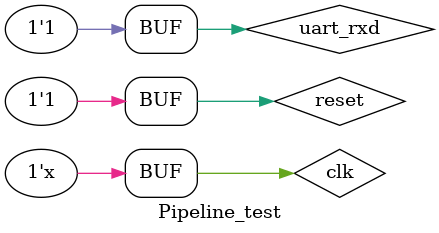
<source format=v>
`timescale 1ns/1ps
module Pipeline_test;
  
  reg reset, clk, switch, uart_rxd;
  wire led, digi_out1, digi_out2, digi_out3, digi_out4, uart_txd;
  wire [31:0]PC,rx_data, tx_data;
  top top1(reset, clk, switch, led, digi_out1, digi_out2, digi_out3, digi_out4, uart_rxd, uart_txd);
  
  initial begin
    reset <= 1;
    clk <= 1;
    uart_rxd <= 1;
    #1 reset <= 0;
    #1 reset <= 1;
    #1100000 uart_rxd <= 0;
    #104000 uart_rxd <= 0;
    #104000 uart_rxd <= 0;
    #104000 uart_rxd <= 1;
    #104000 uart_rxd <= 1;
    #104000 uart_rxd <= 1;
    #104000 uart_rxd <= 1;
    #104000 uart_rxd <= 0;
    #104000 uart_rxd <= 0;
    #104000 uart_rxd <= 1;
    #1100000 uart_rxd <= 0;
    #104000 uart_rxd <= 0;
    #104000 uart_rxd <= 0;
    #104000 uart_rxd <= 1;
    #104000 uart_rxd <= 0;
    #104000 uart_rxd <= 0;
    #104000 uart_rxd <= 1;
    #104000 uart_rxd <= 0;
    #104000 uart_rxd <= 0;
    #104000 uart_rxd <= 1;
  end
  
  always #10 clk = ~clk;
    
endmodule

</source>
